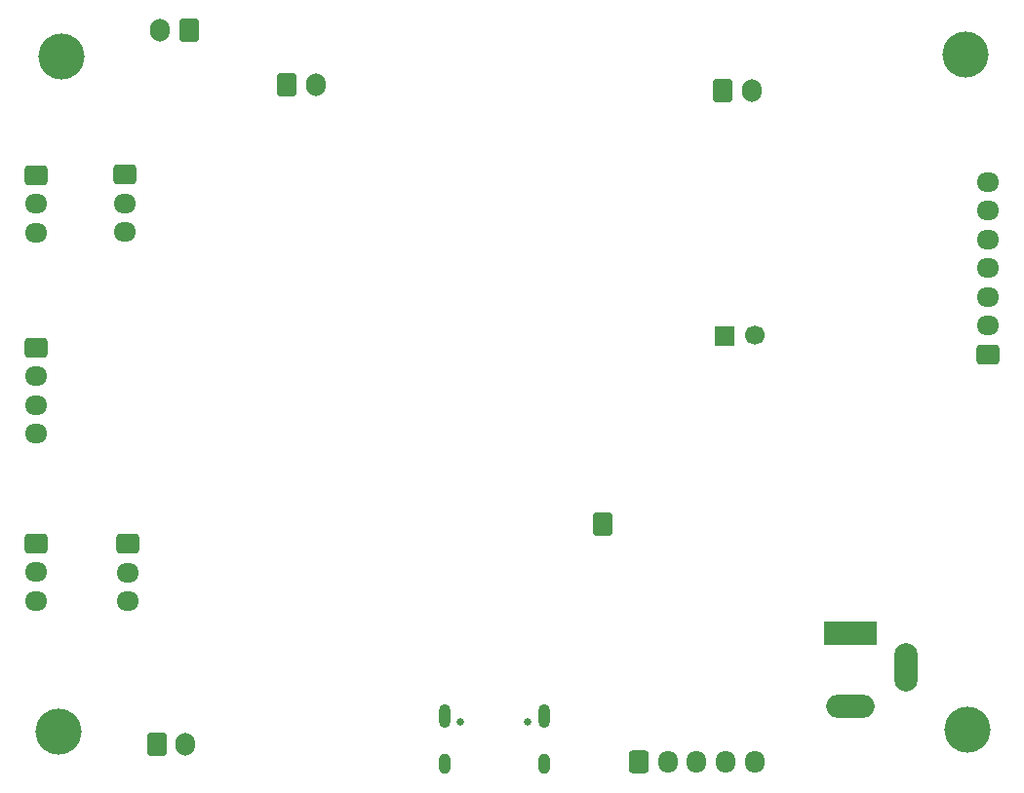
<source format=gbs>
G04 #@! TF.GenerationSoftware,KiCad,Pcbnew,9.0.2*
G04 #@! TF.CreationDate,2025-09-10T14:09:23+05:30*
G04 #@! TF.ProjectId,V2DesignESP32PCB,56324465-7369-4676-9e45-535033325043,rev?*
G04 #@! TF.SameCoordinates,Original*
G04 #@! TF.FileFunction,Soldermask,Bot*
G04 #@! TF.FilePolarity,Negative*
%FSLAX46Y46*%
G04 Gerber Fmt 4.6, Leading zero omitted, Abs format (unit mm)*
G04 Created by KiCad (PCBNEW 9.0.2) date 2025-09-10 14:09:23*
%MOMM*%
%LPD*%
G01*
G04 APERTURE LIST*
G04 Aperture macros list*
%AMRoundRect*
0 Rectangle with rounded corners*
0 $1 Rounding radius*
0 $2 $3 $4 $5 $6 $7 $8 $9 X,Y pos of 4 corners*
0 Add a 4 corners polygon primitive as box body*
4,1,4,$2,$3,$4,$5,$6,$7,$8,$9,$2,$3,0*
0 Add four circle primitives for the rounded corners*
1,1,$1+$1,$2,$3*
1,1,$1+$1,$4,$5*
1,1,$1+$1,$6,$7*
1,1,$1+$1,$8,$9*
0 Add four rect primitives between the rounded corners*
20,1,$1+$1,$2,$3,$4,$5,0*
20,1,$1+$1,$4,$5,$6,$7,0*
20,1,$1+$1,$6,$7,$8,$9,0*
20,1,$1+$1,$8,$9,$2,$3,0*%
G04 Aperture macros list end*
%ADD10C,4.000000*%
%ADD11RoundRect,0.250000X0.600000X0.750000X-0.600000X0.750000X-0.600000X-0.750000X0.600000X-0.750000X0*%
%ADD12O,1.700000X2.000000*%
%ADD13C,1.700000*%
%ADD14RoundRect,0.250000X-0.600000X-0.725000X0.600000X-0.725000X0.600000X0.725000X-0.600000X0.725000X0*%
%ADD15O,1.700000X1.950000*%
%ADD16RoundRect,0.250000X-0.725000X0.600000X-0.725000X-0.600000X0.725000X-0.600000X0.725000X0.600000X0*%
%ADD17O,1.950000X1.700000*%
%ADD18R,4.600000X2.000000*%
%ADD19O,4.200000X2.000000*%
%ADD20O,2.000000X4.200000*%
%ADD21RoundRect,0.250000X-0.600000X-0.750000X0.600000X-0.750000X0.600000X0.750000X-0.600000X0.750000X0*%
%ADD22R,1.700000X1.700000*%
%ADD23C,0.650000*%
%ADD24O,1.000000X2.100000*%
%ADD25O,1.000000X1.800000*%
%ADD26RoundRect,0.250000X0.725000X-0.600000X0.725000X0.600000X-0.725000X0.600000X-0.725000X-0.600000X0*%
G04 APERTURE END LIST*
D10*
G04 #@! TO.C,H4*
X192700000Y-66000000D03*
G04 #@! TD*
G04 #@! TO.C,H1*
X114000000Y-124900000D03*
G04 #@! TD*
D11*
G04 #@! TO.C,J21*
X125300000Y-63950000D03*
D12*
X122800000Y-63950000D03*
G04 #@! TD*
D13*
G04 #@! TO.C,*
X174400000Y-90400000D03*
G04 #@! TD*
D14*
G04 #@! TO.C,J17*
X164400000Y-127500000D03*
D15*
X166900000Y-127500000D03*
X169400000Y-127500000D03*
X171900000Y-127500000D03*
X174400000Y-127500000D03*
G04 #@! TD*
D10*
G04 #@! TO.C,H3*
X114200000Y-66200000D03*
G04 #@! TD*
D16*
G04 #@! TO.C,J28*
X120000000Y-108550000D03*
D17*
X120000000Y-111050000D03*
X120000000Y-113550000D03*
G04 #@! TD*
D10*
G04 #@! TO.C,H2*
X192900000Y-124700000D03*
G04 #@! TD*
D16*
G04 #@! TO.C,J25*
X112000000Y-108500000D03*
D17*
X112000000Y-111000000D03*
X112000000Y-113500000D03*
G04 #@! TD*
D18*
G04 #@! TO.C,J20*
X182750000Y-116350000D03*
D19*
X182750000Y-122650000D03*
D20*
X187550000Y-119250000D03*
G04 #@! TD*
D21*
G04 #@! TO.C,J23*
X171650000Y-69150000D03*
D12*
X174150000Y-69150000D03*
G04 #@! TD*
D16*
G04 #@! TO.C,J18*
X112000000Y-76500000D03*
D17*
X112000000Y-79000000D03*
X112000000Y-81500000D03*
G04 #@! TD*
D22*
G04 #@! TO.C,*
X171825000Y-90500000D03*
G04 #@! TD*
D16*
G04 #@! TO.C,J27*
X119750000Y-76450000D03*
D17*
X119750000Y-78950000D03*
X119750000Y-81450000D03*
G04 #@! TD*
D23*
G04 #@! TO.C,JUSB1*
X148910000Y-123985000D03*
X154690000Y-123985000D03*
D24*
X147480000Y-123485000D03*
D25*
X147480000Y-127665000D03*
D24*
X156120000Y-123485000D03*
D25*
X156120000Y-127665000D03*
G04 #@! TD*
D26*
G04 #@! TO.C,J26*
X194700000Y-92100000D03*
D17*
X194700000Y-89600000D03*
X194700000Y-87100000D03*
X194700000Y-84600000D03*
X194700000Y-82100000D03*
X194700000Y-79600000D03*
X194700000Y-77100000D03*
G04 #@! TD*
D21*
G04 #@! TO.C,J22*
X122500000Y-126000000D03*
D12*
X125000000Y-126000000D03*
G04 #@! TD*
D16*
G04 #@! TO.C,J10*
X112000000Y-91500000D03*
D17*
X112000000Y-94000000D03*
X112000000Y-96500000D03*
X112000000Y-99000000D03*
G04 #@! TD*
D21*
G04 #@! TO.C,*
X161250000Y-106850000D03*
G04 #@! TD*
G04 #@! TO.C,J29*
X133800000Y-68650000D03*
D12*
X136300000Y-68650000D03*
G04 #@! TD*
M02*

</source>
